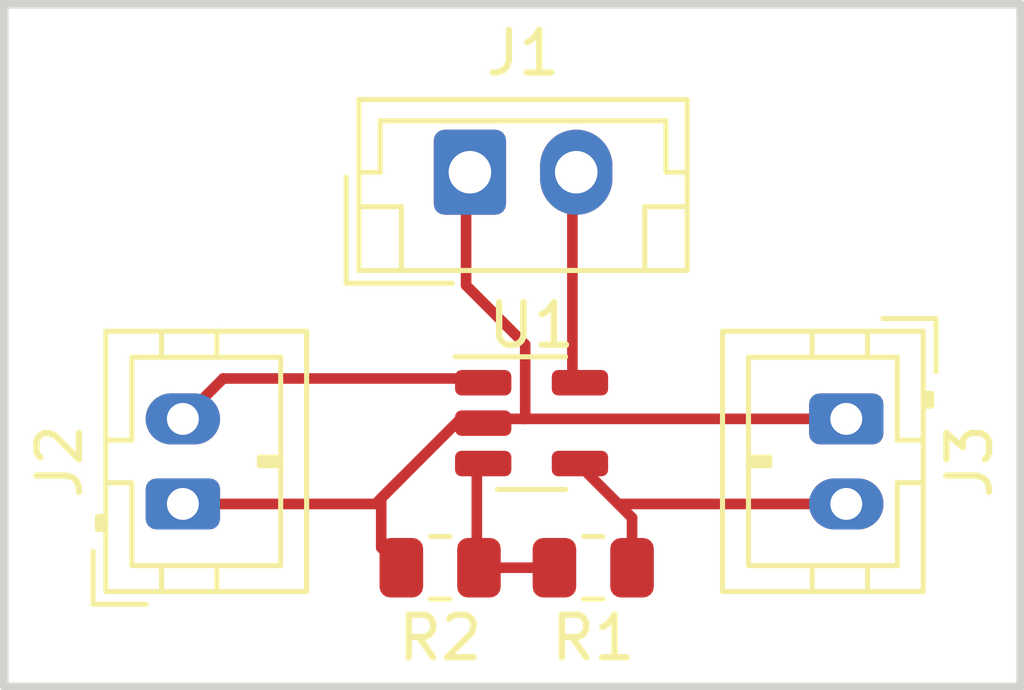
<source format=kicad_pcb>
(kicad_pcb (version 20211014) (generator pcbnew)
  (layers (0 "F.Cu" signal) (31 "B.Cu" signal) (34 "B.Paste" user) (35 "F.Paste" user) (36 "B.SilkS" user "B.Silkscreen") (37 "F.SilkS" user "F.Silkscreen") (38 "B.Mask" user) (39 "F.Mask" user) (44 "Edge.Cuts" user))
  (net 0 "")
  (net 1 "Net-(J1-Pad1)")
  (net 2 "Net-(J1-Pad2)")
  (net 3 "Net-(J2-Pad2)")
  (net 4 "Net-(J3-Pad2)")
  (net 5 "Net-(R1-Pad2)")
  (footprint "Connector_JST:JST_PH_B2B-PH-K_1x02_P2.00mm_Vertical" (layer "F.Cu") (at 158.8 84 -90)
    (fp_text reference "J3" (at 1 -2.9 90) (layer "F.SilkS"))
    (fp_text value "Conn_01x02")
    (fp_line (start 4.06 -1.81) (end -2.06 -1.81) (layer "F.SilkS") (width 0.12))
    (fp_line (start 4.06 0.8) (end 3.45 0.8) (layer "F.SilkS") (width 0.12))
    (fp_line (start -0.3 -1.91) (end -0.6 -1.91) (layer "F.SilkS") (width 0.12))
    (fp_line (start -1.45 -1.2) (end -1.45 2.3) (layer "F.SilkS") (width 0.12))
    (fp_line (start 0.5 -1.81) (end 0.5 -1.2) (layer "F.SilkS") (width 0.12))
    (fp_line (start -2.06 2.91) (end 4.06 2.91) (layer "F.SilkS") (width 0.12))
    (fp_line (start 1.1 1.8) (end 1.1 2.3) (layer "F.SilkS") (width 0.12))
    (fp_line (start -0.6 -2.01) (end -0.6 -1.81) (layer "F.SilkS") (width 0.12))
    (fp_line (start -0.3 -1.81) (end -0.3 -2.01) (layer "F.SilkS") (width 0.12))
    (fp_line (start 3.45 -1.2) (end 1.5 -1.2) (layer "F.SilkS") (width 0.12))
    (fp_line (start 1 2.3) (end 1 1.8) (layer "F.SilkS") (width 0.12))
    (fp_line (start -2.06 -0.5) (end -1.45 -0.5) (layer "F.SilkS") (width 0.12))
    (fp_line (start 0.9 2.3) (end 0.9 1.8) (layer "F.SilkS") (width 0.12))
    (fp_line (start 0.9 1.8) (end 1.1 1.8) (layer "F.SilkS") (width 0.12))
    (fp_line (start -1.11 -2.11) (end -2.36 -2.11) (layer "F.SilkS") (width 0.12))
    (fp_line (start 4.06 2.91) (end 4.06 -1.81) (layer "F.SilkS") (width 0.12))
    (fp_line (start -0.3 -2.01) (end -0.6 -2.01) (layer "F.SilkS") (width 0.12))
    (fp_line (start 3.45 2.3) (end 3.45 -1.2) (layer "F.SilkS") (width 0.12))
    (fp_line (start -2.06 -1.81) (end -2.06 2.91) (layer "F.SilkS") (width 0.12))
    (fp_line (start -2.06 0.8) (end -1.45 0.8) (layer "F.SilkS") (width 0.12))
    (fp_line (start -1.45 2.3) (end 3.45 2.3) (layer "F.SilkS") (width 0.12))
    (fp_line (start 1.5 -1.2) (end 1.5 -1.81) (layer "F.SilkS") (width 0.12))
    (fp_line (start 4.06 -0.5) (end 3.45 -0.5) (layer "F.SilkS") (width 0.12))
    (fp_line (start 0.5 -1.2) (end -1.45 -1.2) (layer "F.SilkS") (width 0.12))
    (fp_line (start -2.36 -2.11) (end -2.36 -0.86) (layer "F.SilkS") (width 0.12))
    (pad "1" thru_hole roundrect locked (at 0 0 270) (size 1.2 1.75) (drill 0.75) (layers *.Cu *.Mask) (roundrect_rratio 0.208333) (net 1 "Net-(J1-Pad1)"))
    (pad "2" thru_hole oval locked (at 2 0 270) (size 1.2 1.75) (drill 0.75) (layers *.Cu *.Mask) (net 4 "Net-(J3-Pad2)"))
  )
  (footprint "Resistor_SMD:R_0805_2012Metric" (layer "F.Cu") (at 152.85 87.5 180)
    (fp_text reference "R1" (at 0 -1.65) (layer "F.SilkS"))
    (fp_text value "R")
    (fp_line (start -0.227064 0.735) (end 0.227064 0.735) (layer "F.SilkS") (width 0.12))
    (fp_line (start -0.227064 -0.735) (end 0.227064 -0.735) (layer "F.SilkS") (width 0.12))
    (pad "1" smd roundrect locked (at -0.9125 0 180) (size 1.025 1.4) (layers "F.Cu" "F.Paste" "F.Mask") (roundrect_rratio 0.243902) (net 4 "Net-(J3-Pad2)"))
    (pad "2" smd roundrect locked (at 0.9125 0 180) (size 1.025 1.4) (layers "F.Cu" "F.Paste" "F.Mask") (roundrect_rratio 0.243902) (net 5 "Net-(R1-Pad2)"))
  )
  (footprint "Connector_JST:JST_EH_B2B-EH-A_1x02_P2.50mm_Vertical" (layer "F.Cu") (at 149.95 78.2)
    (fp_text reference "J1" (at 1.25 -2.8) (layer "F.SilkS"))
    (fp_text value "Conn_01x02")
    (fp_line (start -2.11 0) (end -2.11 -1.21) (layer "F.SilkS") (width 0.12))
    (fp_line (start -2.61 2.31) (end 5.11 2.31) (layer "F.SilkS") (width 0.12))
    (fp_line (start -2.91 2.61) (end -0.41 2.61) (layer "F.SilkS") (width 0.12))
    (fp_line (start 5.11 0.81) (end 4.11 0.81) (layer "F.SilkS") (width 0.12))
    (fp_line (start -1.61 0.81) (end -1.61 2.31) (layer "F.SilkS") (width 0.12))
    (fp_line (start 4.61 0) (end 5.11 0) (layer "F.SilkS") (width 0.12))
    (fp_line (start 4.11 0.81) (end 4.11 2.31) (layer "F.SilkS") (width 0.12))
    (fp_line (start -2.61 0) (end -2.11 0) (layer "F.SilkS") (width 0.12))
    (fp_line (start -2.61 -1.71) (end -2.61 2.31) (layer "F.SilkS") (width 0.12))
    (fp_line (start 5.11 -1.71) (end -2.61 -1.71) (layer "F.SilkS") (width 0.12))
    (fp_line (start 5.11 2.31) (end 5.11 -1.71) (layer "F.SilkS") (width 0.12))
    (fp_line (start -2.61 0.81) (end -1.61 0.81) (layer "F.SilkS") (width 0.12))
    (fp_line (start 4.61 -1.21) (end 4.61 0) (layer "F.SilkS") (width 0.12))
    (fp_line (start -2.11 -1.21) (end 4.61 -1.21) (layer "F.SilkS") (width 0.12))
    (fp_line (start -2.91 0.11) (end -2.91 2.61) (layer "F.SilkS") (width 0.12))
    (pad "1" thru_hole roundrect locked (at 0 0) (size 1.7 2) (drill 1) (layers *.Cu *.Mask) (roundrect_rratio 0.147059) (net 1 "Net-(J1-Pad1)"))
    (pad "2" thru_hole oval locked (at 2.5 0) (size 1.7 2) (drill 1) (layers *.Cu *.Mask) (net 2 "Net-(J1-Pad2)"))
  )
  (footprint "Package_TO_SOT_SMD:SOT-23-5" (layer "F.Cu") (at 151.4 84.1)
    (fp_text reference "U1" (at 0 -2.3) (layer "F.SilkS"))
    (fp_text value "LM321")
    (fp_line (start 0 1.56) (end -0.8 1.56) (layer "F.SilkS") (width 0.12))
    (fp_line (start 0 -1.56) (end -1.8 -1.56) (layer "F.SilkS") (width 0.12))
    (fp_line (start 0 1.56) (end 0.8 1.56) (layer "F.SilkS") (width 0.12))
    (fp_line (start 0 -1.56) (end 0.8 -1.56) (layer "F.SilkS") (width 0.12))
    (pad "1" smd roundrect locked (at -1.1375 -0.95) (size 1.325 0.6) (layers "F.Cu" "F.Paste" "F.Mask") (net 3 "Net-(J2-Pad2)"))
    (pad "2" smd roundrect locked (at -1.1375 0) (size 1.325 0.6) (layers "F.Cu" "F.Paste" "F.Mask") (net 1 "Net-(J1-Pad1)"))
    (pad "3" smd roundrect locked (at -1.1375 0.95) (size 1.325 0.6) (layers "F.Cu" "F.Paste" "F.Mask") (net 5 "Net-(R1-Pad2)"))
    (pad "4" smd roundrect locked (at 1.1375 0.95) (size 1.325 0.6) (layers "F.Cu" "F.Paste" "F.Mask") (net 4 "Net-(J3-Pad2)"))
    (pad "5" smd roundrect locked (at 1.1375 -0.95) (size 1.325 0.6) (layers "F.Cu" "F.Paste" "F.Mask") (net 2 "Net-(J1-Pad2)"))
  )
  (footprint "Resistor_SMD:R_0805_2012Metric" (layer "F.Cu") (at 149.25 87.5 180)
    (fp_text reference "R2" (at 0 -1.65) (layer "F.SilkS"))
    (fp_text value "R")
    (fp_line (start -0.227064 -0.735) (end 0.227064 -0.735) (layer "F.SilkS") (width 0.12))
    (fp_line (start -0.227064 0.735) (end 0.227064 0.735) (layer "F.SilkS") (width 0.12))
    (pad "1" smd roundrect locked (at -0.9125 0 180) (size 1.025 1.4) (layers "F.Cu" "F.Paste" "F.Mask") (roundrect_rratio 0.243902) (net 5 "Net-(R1-Pad2)"))
    (pad "2" smd roundrect locked (at 0.9125 0 180) (size 1.025 1.4) (layers "F.Cu" "F.Paste" "F.Mask") (roundrect_rratio 0.243902) (net 1 "Net-(J1-Pad1)"))
  )
  (footprint "Connector_JST:JST_PH_B2B-PH-K_1x02_P2.00mm_Vertical" (layer "F.Cu") (at 143.2 86 90)
    (fp_text reference "J2" (at 1 -2.9 90) (layer "F.SilkS"))
    (fp_text value "Conn_01x02")
    (fp_line (start 0.5 -1.81) (end 0.5 -1.2) (layer "F.SilkS") (width 0.12))
    (fp_line (start -0.3 -1.81) (end -0.3 -2.01) (layer "F.SilkS") (width 0.12))
    (fp_line (start 1 2.3) (end 1 1.8) (layer "F.SilkS") (width 0.12))
    (fp_line (start 1.5 -1.2) (end 1.5 -1.81) (layer "F.SilkS") (width 0.12))
    (fp_line (start -1.11 -2.11) (end -2.36 -2.11) (layer "F.SilkS") (width 0.12))
    (fp_line (start 0.9 2.3) (end 0.9 1.8) (layer "F.SilkS") (width 0.12))
    (fp_line (start -2.06 -0.5) (end -1.45 -0.5) (layer "F.SilkS") (width 0.12))
    (fp_line (start -2.36 -2.11) (end -2.36 -0.86) (layer "F.SilkS") (width 0.12))
    (fp_line (start -0.6 -2.01) (end -0.6 -1.81) (layer "F.SilkS") (width 0.12))
    (fp_line (start -2.06 2.91) (end 4.06 2.91) (layer "F.SilkS") (width 0.12))
    (fp_line (start -0.3 -1.91) (end -0.6 -1.91) (layer "F.SilkS") (width 0.12))
    (fp_line (start -0.3 -2.01) (end -0.6 -2.01) (layer "F.SilkS") (width 0.12))
    (fp_line (start 1.1 1.8) (end 1.1 2.3) (layer "F.SilkS") (width 0.12))
    (fp_line (start 0.5 -1.2) (end -1.45 -1.2) (layer "F.SilkS") (width 0.12))
    (fp_line (start 4.06 0.8) (end 3.45 0.8) (layer "F.SilkS") (width 0.12))
    (fp_line (start -2.06 -1.81) (end -2.06 2.91) (layer "F.SilkS") (width 0.12))
    (fp_line (start 3.45 -1.2) (end 1.5 -1.2) (layer "F.SilkS") (width 0.12))
    (fp_line (start -1.45 2.3) (end 3.45 2.3) (layer "F.SilkS") (width 0.12))
    (fp_line (start -2.06 0.8) (end -1.45 0.8) (layer "F.SilkS") (width 0.12))
    (fp_line (start 0.9 1.8) (end 1.1 1.8) (layer "F.SilkS") (width 0.12))
    (fp_line (start 4.06 -1.81) (end -2.06 -1.81) (layer "F.SilkS") (width 0.12))
    (fp_line (start -1.45 -1.2) (end -1.45 2.3) (layer "F.SilkS") (width 0.12))
    (fp_line (start 4.06 2.91) (end 4.06 -1.81) (layer "F.SilkS") (width 0.12))
    (fp_line (start 4.06 -0.5) (end 3.45 -0.5) (layer "F.SilkS") (width 0.12))
    (fp_line (start 3.45 2.3) (end 3.45 -1.2) (layer "F.SilkS") (width 0.12))
    (pad "1" thru_hole roundrect locked (at 0 0 90) (size 1.2 1.75) (drill 0.75) (layers *.Cu *.Mask) (roundrect_rratio 0.208333) (net 1 "Net-(J1-Pad1)"))
    (pad "2" thru_hole oval locked (at 2 0 90) (size 1.2 1.75) (drill 0.75) (layers *.Cu *.Mask) (net 3 "Net-(J2-Pad2)"))
  )
  (gr_rect (start 162.9 90.3) (end 139 74.25) (layer "Edge.Cuts") (width 0.2) (fill none))
  (segment (start 147.864464 87.026964) (end 147.864464 85.864464) (width 0.25) (layer "F.Cu") (net 1))
  (segment (start 149.86 78.74) (end 149.86 80.86) (width 0.25) (layer "F.Cu") (net 1))
  (segment (start 148.3375 85.391428) (end 147.728928 86) (width 0.25) (layer "F.Cu") (net 1))
  (segment (start 147.728928 86) (end 143.2 86) (width 0.25) (layer "F.Cu") (net 1))
  (segment (start 148.3375 85.391428) (end 149.728928 84) (width 0.25) (layer "F.Cu") (net 1))
  (segment (start 147.864464 85.864464) (end 148.3375 85.391428) (width 0.25) (layer "F.Cu") (net 1))
  (segment (start 151.25 83.95) (end 151.2 84) (width 0.25) (layer "F.Cu") (net 1))
  (segment (start 148.3375 87.5) (end 147.864464 87.026964) (width 0.25) (layer "F.Cu") (net 1))
  (segment (start 151.2 84) (end 150.1125 84) (width 0.25) (layer "F.Cu") (net 1))
  (segment (start 149.86 80.86) (end 151.25 82.25) (width 0.25) (layer "F.Cu") (net 1))
  (segment (start 158.8 84) (end 151.2 84) (width 0.25) (layer "F.Cu") (net 1))
  (segment (start 151.25 82.25) (end 151.25 83.95) (width 0.25) (layer "F.Cu") (net 1))
  (segment (start 149.728928 84) (end 150.1125 84) (width 0.25) (layer "F.Cu") (net 1))
  (segment (start 152.3875 83.05) (end 152.36 83.0225) (width 0.25) (layer "F.Cu") (net 2))
  (segment (start 152.36 83.0225) (end 152.36 78.74) (width 0.25) (layer "F.Cu") (net 2))
  (segment (start 143.2 84) (end 144.15 83.05) (width 0.25) (layer "F.Cu") (net 3))
  (segment (start 144.15 83.05) (end 150.1125 83.05) (width 0.25) (layer "F.Cu") (net 3))
  (segment (start 153.7625 86.325) (end 153.4375 86) (width 0.25) (layer "F.Cu") (net 4))
  (segment (start 153.4375 86) (end 158.8 86) (width 0.25) (layer "F.Cu") (net 4))
  (segment (start 153.7625 87.5) (end 153.7625 86.325) (width 0.25) (layer "F.Cu") (net 4))
  (segment (start 152.3875 84.95) (end 153.4375 86) (width 0.25) (layer "F.Cu") (net 4))
  (segment (start 150.1125 84.95) (end 150.1125 87.45) (width 0.25) (layer "F.Cu") (net 5))
  (segment (start 150.1125 87.45) (end 150.1625 87.5) (width 0.25) (layer "F.Cu") (net 5))
  (segment (start 150.1625 87.5) (end 152.0875 87.5) (width 0.25) (layer "F.Cu") (net 5))
)
</source>
